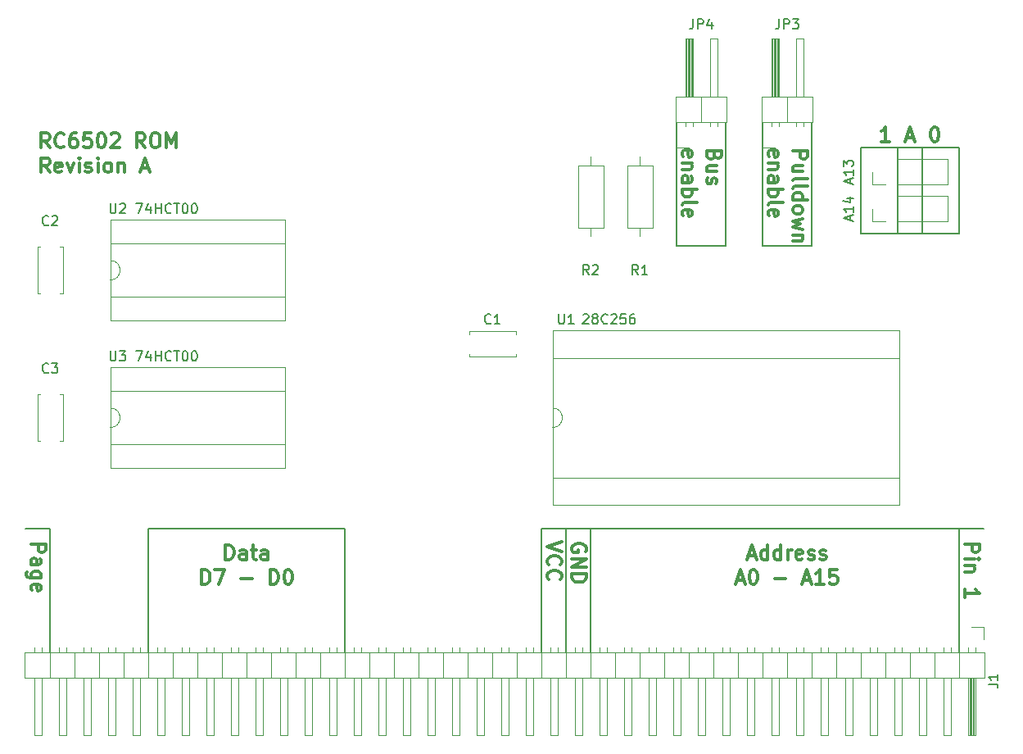
<source format=gto>
G04 #@! TF.FileFunction,Legend,Top*
%FSLAX46Y46*%
G04 Gerber Fmt 4.6, Leading zero omitted, Abs format (unit mm)*
G04 Created by KiCad (PCBNEW 4.0.6) date 05/15/17 22:01:48*
%MOMM*%
%LPD*%
G01*
G04 APERTURE LIST*
%ADD10C,0.100000*%
%ADD11C,0.300000*%
%ADD12C,0.200000*%
%ADD13C,0.120000*%
%ADD14C,0.150000*%
G04 APERTURE END LIST*
D10*
D11*
X109811429Y-133707143D02*
X111311429Y-133707143D01*
X111311429Y-134278571D01*
X111240000Y-134421429D01*
X111168571Y-134492857D01*
X111025714Y-134564286D01*
X110811429Y-134564286D01*
X110668571Y-134492857D01*
X110597143Y-134421429D01*
X110525714Y-134278571D01*
X110525714Y-133707143D01*
X109811429Y-135850000D02*
X110597143Y-135850000D01*
X110740000Y-135778571D01*
X110811429Y-135635714D01*
X110811429Y-135350000D01*
X110740000Y-135207143D01*
X109882857Y-135850000D02*
X109811429Y-135707143D01*
X109811429Y-135350000D01*
X109882857Y-135207143D01*
X110025714Y-135135714D01*
X110168571Y-135135714D01*
X110311429Y-135207143D01*
X110382857Y-135350000D01*
X110382857Y-135707143D01*
X110454286Y-135850000D01*
X110811429Y-137207143D02*
X109597143Y-137207143D01*
X109454286Y-137135714D01*
X109382857Y-137064286D01*
X109311429Y-136921429D01*
X109311429Y-136707143D01*
X109382857Y-136564286D01*
X109882857Y-137207143D02*
X109811429Y-137064286D01*
X109811429Y-136778572D01*
X109882857Y-136635714D01*
X109954286Y-136564286D01*
X110097143Y-136492857D01*
X110525714Y-136492857D01*
X110668571Y-136564286D01*
X110740000Y-136635714D01*
X110811429Y-136778572D01*
X110811429Y-137064286D01*
X110740000Y-137207143D01*
X109882857Y-138492857D02*
X109811429Y-138350000D01*
X109811429Y-138064286D01*
X109882857Y-137921429D01*
X110025714Y-137850000D01*
X110597143Y-137850000D01*
X110740000Y-137921429D01*
X110811429Y-138064286D01*
X110811429Y-138350000D01*
X110740000Y-138492857D01*
X110597143Y-138564286D01*
X110454286Y-138564286D01*
X110311429Y-137850000D01*
X164651429Y-133492857D02*
X163151429Y-133992857D01*
X164651429Y-134492857D01*
X163294286Y-135850000D02*
X163222857Y-135778571D01*
X163151429Y-135564285D01*
X163151429Y-135421428D01*
X163222857Y-135207143D01*
X163365714Y-135064285D01*
X163508571Y-134992857D01*
X163794286Y-134921428D01*
X164008571Y-134921428D01*
X164294286Y-134992857D01*
X164437143Y-135064285D01*
X164580000Y-135207143D01*
X164651429Y-135421428D01*
X164651429Y-135564285D01*
X164580000Y-135778571D01*
X164508571Y-135850000D01*
X163294286Y-137350000D02*
X163222857Y-137278571D01*
X163151429Y-137064285D01*
X163151429Y-136921428D01*
X163222857Y-136707143D01*
X163365714Y-136564285D01*
X163508571Y-136492857D01*
X163794286Y-136421428D01*
X164008571Y-136421428D01*
X164294286Y-136492857D01*
X164437143Y-136564285D01*
X164580000Y-136707143D01*
X164651429Y-136921428D01*
X164651429Y-137064285D01*
X164580000Y-137278571D01*
X164508571Y-137350000D01*
X167120000Y-134492857D02*
X167191429Y-134350000D01*
X167191429Y-134135714D01*
X167120000Y-133921429D01*
X166977143Y-133778571D01*
X166834286Y-133707143D01*
X166548571Y-133635714D01*
X166334286Y-133635714D01*
X166048571Y-133707143D01*
X165905714Y-133778571D01*
X165762857Y-133921429D01*
X165691429Y-134135714D01*
X165691429Y-134278571D01*
X165762857Y-134492857D01*
X165834286Y-134564286D01*
X166334286Y-134564286D01*
X166334286Y-134278571D01*
X165691429Y-135207143D02*
X167191429Y-135207143D01*
X165691429Y-136064286D01*
X167191429Y-136064286D01*
X165691429Y-136778572D02*
X167191429Y-136778572D01*
X167191429Y-137135715D01*
X167120000Y-137350000D01*
X166977143Y-137492858D01*
X166834286Y-137564286D01*
X166548571Y-137635715D01*
X166334286Y-137635715D01*
X166048571Y-137564286D01*
X165905714Y-137492858D01*
X165762857Y-137350000D01*
X165691429Y-137135715D01*
X165691429Y-136778572D01*
X206331429Y-133707143D02*
X207831429Y-133707143D01*
X207831429Y-134278571D01*
X207760000Y-134421429D01*
X207688571Y-134492857D01*
X207545714Y-134564286D01*
X207331429Y-134564286D01*
X207188571Y-134492857D01*
X207117143Y-134421429D01*
X207045714Y-134278571D01*
X207045714Y-133707143D01*
X206331429Y-135207143D02*
X207331429Y-135207143D01*
X207831429Y-135207143D02*
X207760000Y-135135714D01*
X207688571Y-135207143D01*
X207760000Y-135278571D01*
X207831429Y-135207143D01*
X207688571Y-135207143D01*
X207331429Y-135921429D02*
X206331429Y-135921429D01*
X207188571Y-135921429D02*
X207260000Y-135992857D01*
X207331429Y-136135715D01*
X207331429Y-136350000D01*
X207260000Y-136492857D01*
X207117143Y-136564286D01*
X206331429Y-136564286D01*
X206331429Y-139207143D02*
X206331429Y-138350000D01*
X206331429Y-138778572D02*
X207831429Y-138778572D01*
X207617143Y-138635715D01*
X207474286Y-138492857D01*
X207402857Y-138350000D01*
X183924286Y-134865000D02*
X184638572Y-134865000D01*
X183781429Y-135293571D02*
X184281429Y-133793571D01*
X184781429Y-135293571D01*
X185924286Y-135293571D02*
X185924286Y-133793571D01*
X185924286Y-135222143D02*
X185781429Y-135293571D01*
X185495715Y-135293571D01*
X185352857Y-135222143D01*
X185281429Y-135150714D01*
X185210000Y-135007857D01*
X185210000Y-134579286D01*
X185281429Y-134436429D01*
X185352857Y-134365000D01*
X185495715Y-134293571D01*
X185781429Y-134293571D01*
X185924286Y-134365000D01*
X187281429Y-135293571D02*
X187281429Y-133793571D01*
X187281429Y-135222143D02*
X187138572Y-135293571D01*
X186852858Y-135293571D01*
X186710000Y-135222143D01*
X186638572Y-135150714D01*
X186567143Y-135007857D01*
X186567143Y-134579286D01*
X186638572Y-134436429D01*
X186710000Y-134365000D01*
X186852858Y-134293571D01*
X187138572Y-134293571D01*
X187281429Y-134365000D01*
X187995715Y-135293571D02*
X187995715Y-134293571D01*
X187995715Y-134579286D02*
X188067143Y-134436429D01*
X188138572Y-134365000D01*
X188281429Y-134293571D01*
X188424286Y-134293571D01*
X189495714Y-135222143D02*
X189352857Y-135293571D01*
X189067143Y-135293571D01*
X188924286Y-135222143D01*
X188852857Y-135079286D01*
X188852857Y-134507857D01*
X188924286Y-134365000D01*
X189067143Y-134293571D01*
X189352857Y-134293571D01*
X189495714Y-134365000D01*
X189567143Y-134507857D01*
X189567143Y-134650714D01*
X188852857Y-134793571D01*
X190138571Y-135222143D02*
X190281428Y-135293571D01*
X190567143Y-135293571D01*
X190710000Y-135222143D01*
X190781428Y-135079286D01*
X190781428Y-135007857D01*
X190710000Y-134865000D01*
X190567143Y-134793571D01*
X190352857Y-134793571D01*
X190210000Y-134722143D01*
X190138571Y-134579286D01*
X190138571Y-134507857D01*
X190210000Y-134365000D01*
X190352857Y-134293571D01*
X190567143Y-134293571D01*
X190710000Y-134365000D01*
X191352857Y-135222143D02*
X191495714Y-135293571D01*
X191781429Y-135293571D01*
X191924286Y-135222143D01*
X191995714Y-135079286D01*
X191995714Y-135007857D01*
X191924286Y-134865000D01*
X191781429Y-134793571D01*
X191567143Y-134793571D01*
X191424286Y-134722143D01*
X191352857Y-134579286D01*
X191352857Y-134507857D01*
X191424286Y-134365000D01*
X191567143Y-134293571D01*
X191781429Y-134293571D01*
X191924286Y-134365000D01*
X182745715Y-137415000D02*
X183460001Y-137415000D01*
X182602858Y-137843571D02*
X183102858Y-136343571D01*
X183602858Y-137843571D01*
X184388572Y-136343571D02*
X184531429Y-136343571D01*
X184674286Y-136415000D01*
X184745715Y-136486429D01*
X184817144Y-136629286D01*
X184888572Y-136915000D01*
X184888572Y-137272143D01*
X184817144Y-137557857D01*
X184745715Y-137700714D01*
X184674286Y-137772143D01*
X184531429Y-137843571D01*
X184388572Y-137843571D01*
X184245715Y-137772143D01*
X184174286Y-137700714D01*
X184102858Y-137557857D01*
X184031429Y-137272143D01*
X184031429Y-136915000D01*
X184102858Y-136629286D01*
X184174286Y-136486429D01*
X184245715Y-136415000D01*
X184388572Y-136343571D01*
X186674286Y-137272143D02*
X187817143Y-137272143D01*
X189602857Y-137415000D02*
X190317143Y-137415000D01*
X189460000Y-137843571D02*
X189960000Y-136343571D01*
X190460000Y-137843571D01*
X191745714Y-137843571D02*
X190888571Y-137843571D01*
X191317143Y-137843571D02*
X191317143Y-136343571D01*
X191174286Y-136557857D01*
X191031428Y-136700714D01*
X190888571Y-136772143D01*
X193102857Y-136343571D02*
X192388571Y-136343571D01*
X192317142Y-137057857D01*
X192388571Y-136986429D01*
X192531428Y-136915000D01*
X192888571Y-136915000D01*
X193031428Y-136986429D01*
X193102857Y-137057857D01*
X193174285Y-137200714D01*
X193174285Y-137557857D01*
X193102857Y-137700714D01*
X193031428Y-137772143D01*
X192888571Y-137843571D01*
X192531428Y-137843571D01*
X192388571Y-137772143D01*
X192317142Y-137700714D01*
X129901429Y-135293571D02*
X129901429Y-133793571D01*
X130258572Y-133793571D01*
X130472857Y-133865000D01*
X130615715Y-134007857D01*
X130687143Y-134150714D01*
X130758572Y-134436429D01*
X130758572Y-134650714D01*
X130687143Y-134936429D01*
X130615715Y-135079286D01*
X130472857Y-135222143D01*
X130258572Y-135293571D01*
X129901429Y-135293571D01*
X132044286Y-135293571D02*
X132044286Y-134507857D01*
X131972857Y-134365000D01*
X131830000Y-134293571D01*
X131544286Y-134293571D01*
X131401429Y-134365000D01*
X132044286Y-135222143D02*
X131901429Y-135293571D01*
X131544286Y-135293571D01*
X131401429Y-135222143D01*
X131330000Y-135079286D01*
X131330000Y-134936429D01*
X131401429Y-134793571D01*
X131544286Y-134722143D01*
X131901429Y-134722143D01*
X132044286Y-134650714D01*
X132544286Y-134293571D02*
X133115715Y-134293571D01*
X132758572Y-133793571D02*
X132758572Y-135079286D01*
X132830000Y-135222143D01*
X132972858Y-135293571D01*
X133115715Y-135293571D01*
X134258572Y-135293571D02*
X134258572Y-134507857D01*
X134187143Y-134365000D01*
X134044286Y-134293571D01*
X133758572Y-134293571D01*
X133615715Y-134365000D01*
X134258572Y-135222143D02*
X134115715Y-135293571D01*
X133758572Y-135293571D01*
X133615715Y-135222143D01*
X133544286Y-135079286D01*
X133544286Y-134936429D01*
X133615715Y-134793571D01*
X133758572Y-134722143D01*
X134115715Y-134722143D01*
X134258572Y-134650714D01*
X127437144Y-137843571D02*
X127437144Y-136343571D01*
X127794287Y-136343571D01*
X128008572Y-136415000D01*
X128151430Y-136557857D01*
X128222858Y-136700714D01*
X128294287Y-136986429D01*
X128294287Y-137200714D01*
X128222858Y-137486429D01*
X128151430Y-137629286D01*
X128008572Y-137772143D01*
X127794287Y-137843571D01*
X127437144Y-137843571D01*
X128794287Y-136343571D02*
X129794287Y-136343571D01*
X129151430Y-137843571D01*
X131508572Y-137272143D02*
X132651429Y-137272143D01*
X134508572Y-137843571D02*
X134508572Y-136343571D01*
X134865715Y-136343571D01*
X135080000Y-136415000D01*
X135222858Y-136557857D01*
X135294286Y-136700714D01*
X135365715Y-136986429D01*
X135365715Y-137200714D01*
X135294286Y-137486429D01*
X135222858Y-137629286D01*
X135080000Y-137772143D01*
X134865715Y-137843571D01*
X134508572Y-137843571D01*
X136294286Y-136343571D02*
X136437143Y-136343571D01*
X136580000Y-136415000D01*
X136651429Y-136486429D01*
X136722858Y-136629286D01*
X136794286Y-136915000D01*
X136794286Y-137272143D01*
X136722858Y-137557857D01*
X136651429Y-137700714D01*
X136580000Y-137772143D01*
X136437143Y-137843571D01*
X136294286Y-137843571D01*
X136151429Y-137772143D01*
X136080000Y-137700714D01*
X136008572Y-137557857D01*
X135937143Y-137272143D01*
X135937143Y-136915000D01*
X136008572Y-136629286D01*
X136080000Y-136486429D01*
X136151429Y-136415000D01*
X136294286Y-136343571D01*
D12*
X142240000Y-132080000D02*
X142240000Y-144780000D01*
X121920000Y-132080000D02*
X142240000Y-132080000D01*
X121920000Y-144780000D02*
X121920000Y-132080000D01*
X165100000Y-144780000D02*
X165100000Y-132080000D01*
X162560000Y-132080000D02*
X162560000Y-144780000D01*
X167640000Y-132080000D02*
X162560000Y-132080000D01*
X167640000Y-132080000D02*
X205740000Y-132080000D01*
X167640000Y-144780000D02*
X167640000Y-132080000D01*
X205740000Y-132080000D02*
X208280000Y-132080000D01*
X205740000Y-144780000D02*
X205740000Y-132080000D01*
X111760000Y-132080000D02*
X109220000Y-132080000D01*
X111760000Y-144780000D02*
X111760000Y-132080000D01*
D11*
X111704286Y-92748571D02*
X111204286Y-92034286D01*
X110847143Y-92748571D02*
X110847143Y-91248571D01*
X111418571Y-91248571D01*
X111561429Y-91320000D01*
X111632857Y-91391429D01*
X111704286Y-91534286D01*
X111704286Y-91748571D01*
X111632857Y-91891429D01*
X111561429Y-91962857D01*
X111418571Y-92034286D01*
X110847143Y-92034286D01*
X113204286Y-92605714D02*
X113132857Y-92677143D01*
X112918571Y-92748571D01*
X112775714Y-92748571D01*
X112561429Y-92677143D01*
X112418571Y-92534286D01*
X112347143Y-92391429D01*
X112275714Y-92105714D01*
X112275714Y-91891429D01*
X112347143Y-91605714D01*
X112418571Y-91462857D01*
X112561429Y-91320000D01*
X112775714Y-91248571D01*
X112918571Y-91248571D01*
X113132857Y-91320000D01*
X113204286Y-91391429D01*
X114490000Y-91248571D02*
X114204286Y-91248571D01*
X114061429Y-91320000D01*
X113990000Y-91391429D01*
X113847143Y-91605714D01*
X113775714Y-91891429D01*
X113775714Y-92462857D01*
X113847143Y-92605714D01*
X113918571Y-92677143D01*
X114061429Y-92748571D01*
X114347143Y-92748571D01*
X114490000Y-92677143D01*
X114561429Y-92605714D01*
X114632857Y-92462857D01*
X114632857Y-92105714D01*
X114561429Y-91962857D01*
X114490000Y-91891429D01*
X114347143Y-91820000D01*
X114061429Y-91820000D01*
X113918571Y-91891429D01*
X113847143Y-91962857D01*
X113775714Y-92105714D01*
X115990000Y-91248571D02*
X115275714Y-91248571D01*
X115204285Y-91962857D01*
X115275714Y-91891429D01*
X115418571Y-91820000D01*
X115775714Y-91820000D01*
X115918571Y-91891429D01*
X115990000Y-91962857D01*
X116061428Y-92105714D01*
X116061428Y-92462857D01*
X115990000Y-92605714D01*
X115918571Y-92677143D01*
X115775714Y-92748571D01*
X115418571Y-92748571D01*
X115275714Y-92677143D01*
X115204285Y-92605714D01*
X116989999Y-91248571D02*
X117132856Y-91248571D01*
X117275713Y-91320000D01*
X117347142Y-91391429D01*
X117418571Y-91534286D01*
X117489999Y-91820000D01*
X117489999Y-92177143D01*
X117418571Y-92462857D01*
X117347142Y-92605714D01*
X117275713Y-92677143D01*
X117132856Y-92748571D01*
X116989999Y-92748571D01*
X116847142Y-92677143D01*
X116775713Y-92605714D01*
X116704285Y-92462857D01*
X116632856Y-92177143D01*
X116632856Y-91820000D01*
X116704285Y-91534286D01*
X116775713Y-91391429D01*
X116847142Y-91320000D01*
X116989999Y-91248571D01*
X118061427Y-91391429D02*
X118132856Y-91320000D01*
X118275713Y-91248571D01*
X118632856Y-91248571D01*
X118775713Y-91320000D01*
X118847142Y-91391429D01*
X118918570Y-91534286D01*
X118918570Y-91677143D01*
X118847142Y-91891429D01*
X117989999Y-92748571D01*
X118918570Y-92748571D01*
X121561427Y-92748571D02*
X121061427Y-92034286D01*
X120704284Y-92748571D02*
X120704284Y-91248571D01*
X121275712Y-91248571D01*
X121418570Y-91320000D01*
X121489998Y-91391429D01*
X121561427Y-91534286D01*
X121561427Y-91748571D01*
X121489998Y-91891429D01*
X121418570Y-91962857D01*
X121275712Y-92034286D01*
X120704284Y-92034286D01*
X122489998Y-91248571D02*
X122775712Y-91248571D01*
X122918570Y-91320000D01*
X123061427Y-91462857D01*
X123132855Y-91748571D01*
X123132855Y-92248571D01*
X123061427Y-92534286D01*
X122918570Y-92677143D01*
X122775712Y-92748571D01*
X122489998Y-92748571D01*
X122347141Y-92677143D01*
X122204284Y-92534286D01*
X122132855Y-92248571D01*
X122132855Y-91748571D01*
X122204284Y-91462857D01*
X122347141Y-91320000D01*
X122489998Y-91248571D01*
X123775713Y-92748571D02*
X123775713Y-91248571D01*
X124275713Y-92320000D01*
X124775713Y-91248571D01*
X124775713Y-92748571D01*
X111704286Y-95298571D02*
X111204286Y-94584286D01*
X110847143Y-95298571D02*
X110847143Y-93798571D01*
X111418571Y-93798571D01*
X111561429Y-93870000D01*
X111632857Y-93941429D01*
X111704286Y-94084286D01*
X111704286Y-94298571D01*
X111632857Y-94441429D01*
X111561429Y-94512857D01*
X111418571Y-94584286D01*
X110847143Y-94584286D01*
X112918571Y-95227143D02*
X112775714Y-95298571D01*
X112490000Y-95298571D01*
X112347143Y-95227143D01*
X112275714Y-95084286D01*
X112275714Y-94512857D01*
X112347143Y-94370000D01*
X112490000Y-94298571D01*
X112775714Y-94298571D01*
X112918571Y-94370000D01*
X112990000Y-94512857D01*
X112990000Y-94655714D01*
X112275714Y-94798571D01*
X113490000Y-94298571D02*
X113847143Y-95298571D01*
X114204285Y-94298571D01*
X114775714Y-95298571D02*
X114775714Y-94298571D01*
X114775714Y-93798571D02*
X114704285Y-93870000D01*
X114775714Y-93941429D01*
X114847142Y-93870000D01*
X114775714Y-93798571D01*
X114775714Y-93941429D01*
X115418571Y-95227143D02*
X115561428Y-95298571D01*
X115847143Y-95298571D01*
X115990000Y-95227143D01*
X116061428Y-95084286D01*
X116061428Y-95012857D01*
X115990000Y-94870000D01*
X115847143Y-94798571D01*
X115632857Y-94798571D01*
X115490000Y-94727143D01*
X115418571Y-94584286D01*
X115418571Y-94512857D01*
X115490000Y-94370000D01*
X115632857Y-94298571D01*
X115847143Y-94298571D01*
X115990000Y-94370000D01*
X116704286Y-95298571D02*
X116704286Y-94298571D01*
X116704286Y-93798571D02*
X116632857Y-93870000D01*
X116704286Y-93941429D01*
X116775714Y-93870000D01*
X116704286Y-93798571D01*
X116704286Y-93941429D01*
X117632858Y-95298571D02*
X117490000Y-95227143D01*
X117418572Y-95155714D01*
X117347143Y-95012857D01*
X117347143Y-94584286D01*
X117418572Y-94441429D01*
X117490000Y-94370000D01*
X117632858Y-94298571D01*
X117847143Y-94298571D01*
X117990000Y-94370000D01*
X118061429Y-94441429D01*
X118132858Y-94584286D01*
X118132858Y-95012857D01*
X118061429Y-95155714D01*
X117990000Y-95227143D01*
X117847143Y-95298571D01*
X117632858Y-95298571D01*
X118775715Y-94298571D02*
X118775715Y-95298571D01*
X118775715Y-94441429D02*
X118847143Y-94370000D01*
X118990001Y-94298571D01*
X119204286Y-94298571D01*
X119347143Y-94370000D01*
X119418572Y-94512857D01*
X119418572Y-95298571D01*
X121204286Y-94870000D02*
X121918572Y-94870000D01*
X121061429Y-95298571D02*
X121561429Y-93798571D01*
X122061429Y-95298571D01*
X180452143Y-93567143D02*
X180380714Y-93781429D01*
X180309286Y-93852857D01*
X180166429Y-93924286D01*
X179952143Y-93924286D01*
X179809286Y-93852857D01*
X179737857Y-93781429D01*
X179666429Y-93638571D01*
X179666429Y-93067143D01*
X181166429Y-93067143D01*
X181166429Y-93567143D01*
X181095000Y-93710000D01*
X181023571Y-93781429D01*
X180880714Y-93852857D01*
X180737857Y-93852857D01*
X180595000Y-93781429D01*
X180523571Y-93710000D01*
X180452143Y-93567143D01*
X180452143Y-93067143D01*
X180666429Y-95210000D02*
X179666429Y-95210000D01*
X180666429Y-94567143D02*
X179880714Y-94567143D01*
X179737857Y-94638571D01*
X179666429Y-94781429D01*
X179666429Y-94995714D01*
X179737857Y-95138571D01*
X179809286Y-95210000D01*
X179737857Y-95852857D02*
X179666429Y-95995714D01*
X179666429Y-96281429D01*
X179737857Y-96424286D01*
X179880714Y-96495714D01*
X179952143Y-96495714D01*
X180095000Y-96424286D01*
X180166429Y-96281429D01*
X180166429Y-96067143D01*
X180237857Y-95924286D01*
X180380714Y-95852857D01*
X180452143Y-95852857D01*
X180595000Y-95924286D01*
X180666429Y-96067143D01*
X180666429Y-96281429D01*
X180595000Y-96424286D01*
X177187857Y-93638571D02*
X177116429Y-93495714D01*
X177116429Y-93210000D01*
X177187857Y-93067143D01*
X177330714Y-92995714D01*
X177902143Y-92995714D01*
X178045000Y-93067143D01*
X178116429Y-93210000D01*
X178116429Y-93495714D01*
X178045000Y-93638571D01*
X177902143Y-93710000D01*
X177759286Y-93710000D01*
X177616429Y-92995714D01*
X178116429Y-94352857D02*
X177116429Y-94352857D01*
X177973571Y-94352857D02*
X178045000Y-94424285D01*
X178116429Y-94567143D01*
X178116429Y-94781428D01*
X178045000Y-94924285D01*
X177902143Y-94995714D01*
X177116429Y-94995714D01*
X177116429Y-96352857D02*
X177902143Y-96352857D01*
X178045000Y-96281428D01*
X178116429Y-96138571D01*
X178116429Y-95852857D01*
X178045000Y-95710000D01*
X177187857Y-96352857D02*
X177116429Y-96210000D01*
X177116429Y-95852857D01*
X177187857Y-95710000D01*
X177330714Y-95638571D01*
X177473571Y-95638571D01*
X177616429Y-95710000D01*
X177687857Y-95852857D01*
X177687857Y-96210000D01*
X177759286Y-96352857D01*
X177116429Y-97067143D02*
X178616429Y-97067143D01*
X178045000Y-97067143D02*
X178116429Y-97210000D01*
X178116429Y-97495714D01*
X178045000Y-97638571D01*
X177973571Y-97710000D01*
X177830714Y-97781429D01*
X177402143Y-97781429D01*
X177259286Y-97710000D01*
X177187857Y-97638571D01*
X177116429Y-97495714D01*
X177116429Y-97210000D01*
X177187857Y-97067143D01*
X177116429Y-98638572D02*
X177187857Y-98495714D01*
X177330714Y-98424286D01*
X178616429Y-98424286D01*
X177187857Y-99781428D02*
X177116429Y-99638571D01*
X177116429Y-99352857D01*
X177187857Y-99210000D01*
X177330714Y-99138571D01*
X177902143Y-99138571D01*
X178045000Y-99210000D01*
X178116429Y-99352857D01*
X178116429Y-99638571D01*
X178045000Y-99781428D01*
X177902143Y-99852857D01*
X177759286Y-99852857D01*
X177616429Y-99138571D01*
X188556429Y-93067143D02*
X190056429Y-93067143D01*
X190056429Y-93638571D01*
X189985000Y-93781429D01*
X189913571Y-93852857D01*
X189770714Y-93924286D01*
X189556429Y-93924286D01*
X189413571Y-93852857D01*
X189342143Y-93781429D01*
X189270714Y-93638571D01*
X189270714Y-93067143D01*
X189556429Y-95210000D02*
X188556429Y-95210000D01*
X189556429Y-94567143D02*
X188770714Y-94567143D01*
X188627857Y-94638571D01*
X188556429Y-94781429D01*
X188556429Y-94995714D01*
X188627857Y-95138571D01*
X188699286Y-95210000D01*
X188556429Y-96138572D02*
X188627857Y-95995714D01*
X188770714Y-95924286D01*
X190056429Y-95924286D01*
X188556429Y-96924286D02*
X188627857Y-96781428D01*
X188770714Y-96710000D01*
X190056429Y-96710000D01*
X188556429Y-98138571D02*
X190056429Y-98138571D01*
X188627857Y-98138571D02*
X188556429Y-97995714D01*
X188556429Y-97710000D01*
X188627857Y-97567142D01*
X188699286Y-97495714D01*
X188842143Y-97424285D01*
X189270714Y-97424285D01*
X189413571Y-97495714D01*
X189485000Y-97567142D01*
X189556429Y-97710000D01*
X189556429Y-97995714D01*
X189485000Y-98138571D01*
X188556429Y-99067143D02*
X188627857Y-98924285D01*
X188699286Y-98852857D01*
X188842143Y-98781428D01*
X189270714Y-98781428D01*
X189413571Y-98852857D01*
X189485000Y-98924285D01*
X189556429Y-99067143D01*
X189556429Y-99281428D01*
X189485000Y-99424285D01*
X189413571Y-99495714D01*
X189270714Y-99567143D01*
X188842143Y-99567143D01*
X188699286Y-99495714D01*
X188627857Y-99424285D01*
X188556429Y-99281428D01*
X188556429Y-99067143D01*
X189556429Y-100067143D02*
X188556429Y-100352857D01*
X189270714Y-100638571D01*
X188556429Y-100924286D01*
X189556429Y-101210000D01*
X189556429Y-101781429D02*
X188556429Y-101781429D01*
X189413571Y-101781429D02*
X189485000Y-101852857D01*
X189556429Y-101995715D01*
X189556429Y-102210000D01*
X189485000Y-102352857D01*
X189342143Y-102424286D01*
X188556429Y-102424286D01*
X186077857Y-93638571D02*
X186006429Y-93495714D01*
X186006429Y-93210000D01*
X186077857Y-93067143D01*
X186220714Y-92995714D01*
X186792143Y-92995714D01*
X186935000Y-93067143D01*
X187006429Y-93210000D01*
X187006429Y-93495714D01*
X186935000Y-93638571D01*
X186792143Y-93710000D01*
X186649286Y-93710000D01*
X186506429Y-92995714D01*
X187006429Y-94352857D02*
X186006429Y-94352857D01*
X186863571Y-94352857D02*
X186935000Y-94424285D01*
X187006429Y-94567143D01*
X187006429Y-94781428D01*
X186935000Y-94924285D01*
X186792143Y-94995714D01*
X186006429Y-94995714D01*
X186006429Y-96352857D02*
X186792143Y-96352857D01*
X186935000Y-96281428D01*
X187006429Y-96138571D01*
X187006429Y-95852857D01*
X186935000Y-95710000D01*
X186077857Y-96352857D02*
X186006429Y-96210000D01*
X186006429Y-95852857D01*
X186077857Y-95710000D01*
X186220714Y-95638571D01*
X186363571Y-95638571D01*
X186506429Y-95710000D01*
X186577857Y-95852857D01*
X186577857Y-96210000D01*
X186649286Y-96352857D01*
X186006429Y-97067143D02*
X187506429Y-97067143D01*
X186935000Y-97067143D02*
X187006429Y-97210000D01*
X187006429Y-97495714D01*
X186935000Y-97638571D01*
X186863571Y-97710000D01*
X186720714Y-97781429D01*
X186292143Y-97781429D01*
X186149286Y-97710000D01*
X186077857Y-97638571D01*
X186006429Y-97495714D01*
X186006429Y-97210000D01*
X186077857Y-97067143D01*
X186006429Y-98638572D02*
X186077857Y-98495714D01*
X186220714Y-98424286D01*
X187506429Y-98424286D01*
X186077857Y-99781428D02*
X186006429Y-99638571D01*
X186006429Y-99352857D01*
X186077857Y-99210000D01*
X186220714Y-99138571D01*
X186792143Y-99138571D01*
X186935000Y-99210000D01*
X187006429Y-99352857D01*
X187006429Y-99638571D01*
X186935000Y-99781428D01*
X186792143Y-99852857D01*
X186649286Y-99852857D01*
X186506429Y-99138571D01*
D12*
X190500000Y-102870000D02*
X190500000Y-90170000D01*
X185420000Y-102870000D02*
X190500000Y-102870000D01*
X185420000Y-90170000D02*
X185420000Y-102870000D01*
X181610000Y-102870000D02*
X181610000Y-90170000D01*
X176530000Y-102870000D02*
X181610000Y-102870000D01*
X176530000Y-90170000D02*
X176530000Y-102870000D01*
D11*
X203128572Y-90618571D02*
X203271429Y-90618571D01*
X203414286Y-90690000D01*
X203485715Y-90761429D01*
X203557144Y-90904286D01*
X203628572Y-91190000D01*
X203628572Y-91547143D01*
X203557144Y-91832857D01*
X203485715Y-91975714D01*
X203414286Y-92047143D01*
X203271429Y-92118571D01*
X203128572Y-92118571D01*
X202985715Y-92047143D01*
X202914286Y-91975714D01*
X202842858Y-91832857D01*
X202771429Y-91547143D01*
X202771429Y-91190000D01*
X202842858Y-90904286D01*
X202914286Y-90761429D01*
X202985715Y-90690000D01*
X203128572Y-90618571D01*
X200302857Y-91690000D02*
X201017143Y-91690000D01*
X200160000Y-92118571D02*
X200660000Y-90618571D01*
X201160000Y-92118571D01*
X198548572Y-92118571D02*
X197691429Y-92118571D01*
X198120001Y-92118571D02*
X198120001Y-90618571D01*
X197977144Y-90832857D01*
X197834286Y-90975714D01*
X197691429Y-91047143D01*
D12*
X201930000Y-101600000D02*
X201930000Y-92710000D01*
X199390000Y-101600000D02*
X199390000Y-92710000D01*
X195580000Y-101600000D02*
X205740000Y-101600000D01*
X195580000Y-92710000D02*
X195580000Y-101600000D01*
X205740000Y-92710000D02*
X195580000Y-92710000D01*
X205740000Y-101600000D02*
X205740000Y-92710000D01*
D13*
X159930000Y-114340000D02*
X155110000Y-114340000D01*
X159930000Y-111720000D02*
X155110000Y-111720000D01*
X159930000Y-114340000D02*
X159930000Y-114026000D01*
X159930000Y-112034000D02*
X159930000Y-111720000D01*
X155110000Y-114340000D02*
X155110000Y-114026000D01*
X155110000Y-112034000D02*
X155110000Y-111720000D01*
X113070000Y-102960000D02*
X113070000Y-107780000D01*
X110450000Y-102960000D02*
X110450000Y-107780000D01*
X113070000Y-102960000D02*
X112756000Y-102960000D01*
X110764000Y-102960000D02*
X110450000Y-102960000D01*
X113070000Y-107780000D02*
X112756000Y-107780000D01*
X110764000Y-107780000D02*
X110450000Y-107780000D01*
X113070000Y-118200000D02*
X113070000Y-123020000D01*
X110450000Y-118200000D02*
X110450000Y-123020000D01*
X113070000Y-118200000D02*
X112756000Y-118200000D01*
X110764000Y-118200000D02*
X110450000Y-118200000D01*
X113070000Y-123020000D02*
X112756000Y-123020000D01*
X110764000Y-123020000D02*
X110450000Y-123020000D01*
X208340000Y-144850000D02*
X205740000Y-144850000D01*
X205740000Y-144850000D02*
X205740000Y-147470000D01*
X205740000Y-147470000D02*
X208340000Y-147470000D01*
X208340000Y-147470000D02*
X208340000Y-144850000D01*
X207390000Y-147470000D02*
X206630000Y-147470000D01*
X206630000Y-147470000D02*
X206630000Y-153470000D01*
X206630000Y-153470000D02*
X207390000Y-153470000D01*
X207390000Y-153470000D02*
X207390000Y-147470000D01*
X207390000Y-144420000D02*
X207390000Y-144850000D01*
X206630000Y-144420000D02*
X206630000Y-144850000D01*
X207270000Y-147470000D02*
X207270000Y-153470000D01*
X207150000Y-147470000D02*
X207150000Y-153470000D01*
X207030000Y-147470000D02*
X207030000Y-153470000D01*
X206910000Y-147470000D02*
X206910000Y-153470000D01*
X206790000Y-147470000D02*
X206790000Y-153470000D01*
X206670000Y-147470000D02*
X206670000Y-153470000D01*
X205740000Y-144850000D02*
X203200000Y-144850000D01*
X203200000Y-144850000D02*
X203200000Y-147470000D01*
X203200000Y-147470000D02*
X205740000Y-147470000D01*
X205740000Y-147470000D02*
X205740000Y-144850000D01*
X204850000Y-147470000D02*
X204090000Y-147470000D01*
X204090000Y-147470000D02*
X204090000Y-153470000D01*
X204090000Y-153470000D02*
X204850000Y-153470000D01*
X204850000Y-153470000D02*
X204850000Y-147470000D01*
X204850000Y-144420000D02*
X204850000Y-144850000D01*
X204090000Y-144420000D02*
X204090000Y-144850000D01*
X203200000Y-144850000D02*
X200660000Y-144850000D01*
X200660000Y-144850000D02*
X200660000Y-147470000D01*
X200660000Y-147470000D02*
X203200000Y-147470000D01*
X203200000Y-147470000D02*
X203200000Y-144850000D01*
X202310000Y-147470000D02*
X201550000Y-147470000D01*
X201550000Y-147470000D02*
X201550000Y-153470000D01*
X201550000Y-153470000D02*
X202310000Y-153470000D01*
X202310000Y-153470000D02*
X202310000Y-147470000D01*
X202310000Y-144420000D02*
X202310000Y-144850000D01*
X201550000Y-144420000D02*
X201550000Y-144850000D01*
X200660000Y-144850000D02*
X198120000Y-144850000D01*
X198120000Y-144850000D02*
X198120000Y-147470000D01*
X198120000Y-147470000D02*
X200660000Y-147470000D01*
X200660000Y-147470000D02*
X200660000Y-144850000D01*
X199770000Y-147470000D02*
X199010000Y-147470000D01*
X199010000Y-147470000D02*
X199010000Y-153470000D01*
X199010000Y-153470000D02*
X199770000Y-153470000D01*
X199770000Y-153470000D02*
X199770000Y-147470000D01*
X199770000Y-144420000D02*
X199770000Y-144850000D01*
X199010000Y-144420000D02*
X199010000Y-144850000D01*
X198120000Y-144850000D02*
X195580000Y-144850000D01*
X195580000Y-144850000D02*
X195580000Y-147470000D01*
X195580000Y-147470000D02*
X198120000Y-147470000D01*
X198120000Y-147470000D02*
X198120000Y-144850000D01*
X197230000Y-147470000D02*
X196470000Y-147470000D01*
X196470000Y-147470000D02*
X196470000Y-153470000D01*
X196470000Y-153470000D02*
X197230000Y-153470000D01*
X197230000Y-153470000D02*
X197230000Y-147470000D01*
X197230000Y-144420000D02*
X197230000Y-144850000D01*
X196470000Y-144420000D02*
X196470000Y-144850000D01*
X195580000Y-144850000D02*
X193040000Y-144850000D01*
X193040000Y-144850000D02*
X193040000Y-147470000D01*
X193040000Y-147470000D02*
X195580000Y-147470000D01*
X195580000Y-147470000D02*
X195580000Y-144850000D01*
X194690000Y-147470000D02*
X193930000Y-147470000D01*
X193930000Y-147470000D02*
X193930000Y-153470000D01*
X193930000Y-153470000D02*
X194690000Y-153470000D01*
X194690000Y-153470000D02*
X194690000Y-147470000D01*
X194690000Y-144420000D02*
X194690000Y-144850000D01*
X193930000Y-144420000D02*
X193930000Y-144850000D01*
X193040000Y-144850000D02*
X190500000Y-144850000D01*
X190500000Y-144850000D02*
X190500000Y-147470000D01*
X190500000Y-147470000D02*
X193040000Y-147470000D01*
X193040000Y-147470000D02*
X193040000Y-144850000D01*
X192150000Y-147470000D02*
X191390000Y-147470000D01*
X191390000Y-147470000D02*
X191390000Y-153470000D01*
X191390000Y-153470000D02*
X192150000Y-153470000D01*
X192150000Y-153470000D02*
X192150000Y-147470000D01*
X192150000Y-144420000D02*
X192150000Y-144850000D01*
X191390000Y-144420000D02*
X191390000Y-144850000D01*
X190500000Y-144850000D02*
X187960000Y-144850000D01*
X187960000Y-144850000D02*
X187960000Y-147470000D01*
X187960000Y-147470000D02*
X190500000Y-147470000D01*
X190500000Y-147470000D02*
X190500000Y-144850000D01*
X189610000Y-147470000D02*
X188850000Y-147470000D01*
X188850000Y-147470000D02*
X188850000Y-153470000D01*
X188850000Y-153470000D02*
X189610000Y-153470000D01*
X189610000Y-153470000D02*
X189610000Y-147470000D01*
X189610000Y-144420000D02*
X189610000Y-144850000D01*
X188850000Y-144420000D02*
X188850000Y-144850000D01*
X187960000Y-144850000D02*
X185420000Y-144850000D01*
X185420000Y-144850000D02*
X185420000Y-147470000D01*
X185420000Y-147470000D02*
X187960000Y-147470000D01*
X187960000Y-147470000D02*
X187960000Y-144850000D01*
X187070000Y-147470000D02*
X186310000Y-147470000D01*
X186310000Y-147470000D02*
X186310000Y-153470000D01*
X186310000Y-153470000D02*
X187070000Y-153470000D01*
X187070000Y-153470000D02*
X187070000Y-147470000D01*
X187070000Y-144420000D02*
X187070000Y-144850000D01*
X186310000Y-144420000D02*
X186310000Y-144850000D01*
X185420000Y-144850000D02*
X182880000Y-144850000D01*
X182880000Y-144850000D02*
X182880000Y-147470000D01*
X182880000Y-147470000D02*
X185420000Y-147470000D01*
X185420000Y-147470000D02*
X185420000Y-144850000D01*
X184530000Y-147470000D02*
X183770000Y-147470000D01*
X183770000Y-147470000D02*
X183770000Y-153470000D01*
X183770000Y-153470000D02*
X184530000Y-153470000D01*
X184530000Y-153470000D02*
X184530000Y-147470000D01*
X184530000Y-144420000D02*
X184530000Y-144850000D01*
X183770000Y-144420000D02*
X183770000Y-144850000D01*
X182880000Y-144850000D02*
X180340000Y-144850000D01*
X180340000Y-144850000D02*
X180340000Y-147470000D01*
X180340000Y-147470000D02*
X182880000Y-147470000D01*
X182880000Y-147470000D02*
X182880000Y-144850000D01*
X181990000Y-147470000D02*
X181230000Y-147470000D01*
X181230000Y-147470000D02*
X181230000Y-153470000D01*
X181230000Y-153470000D02*
X181990000Y-153470000D01*
X181990000Y-153470000D02*
X181990000Y-147470000D01*
X181990000Y-144420000D02*
X181990000Y-144850000D01*
X181230000Y-144420000D02*
X181230000Y-144850000D01*
X180340000Y-144850000D02*
X177800000Y-144850000D01*
X177800000Y-144850000D02*
X177800000Y-147470000D01*
X177800000Y-147470000D02*
X180340000Y-147470000D01*
X180340000Y-147470000D02*
X180340000Y-144850000D01*
X179450000Y-147470000D02*
X178690000Y-147470000D01*
X178690000Y-147470000D02*
X178690000Y-153470000D01*
X178690000Y-153470000D02*
X179450000Y-153470000D01*
X179450000Y-153470000D02*
X179450000Y-147470000D01*
X179450000Y-144420000D02*
X179450000Y-144850000D01*
X178690000Y-144420000D02*
X178690000Y-144850000D01*
X177800000Y-144850000D02*
X175260000Y-144850000D01*
X175260000Y-144850000D02*
X175260000Y-147470000D01*
X175260000Y-147470000D02*
X177800000Y-147470000D01*
X177800000Y-147470000D02*
X177800000Y-144850000D01*
X176910000Y-147470000D02*
X176150000Y-147470000D01*
X176150000Y-147470000D02*
X176150000Y-153470000D01*
X176150000Y-153470000D02*
X176910000Y-153470000D01*
X176910000Y-153470000D02*
X176910000Y-147470000D01*
X176910000Y-144420000D02*
X176910000Y-144850000D01*
X176150000Y-144420000D02*
X176150000Y-144850000D01*
X175260000Y-144850000D02*
X172720000Y-144850000D01*
X172720000Y-144850000D02*
X172720000Y-147470000D01*
X172720000Y-147470000D02*
X175260000Y-147470000D01*
X175260000Y-147470000D02*
X175260000Y-144850000D01*
X174370000Y-147470000D02*
X173610000Y-147470000D01*
X173610000Y-147470000D02*
X173610000Y-153470000D01*
X173610000Y-153470000D02*
X174370000Y-153470000D01*
X174370000Y-153470000D02*
X174370000Y-147470000D01*
X174370000Y-144420000D02*
X174370000Y-144850000D01*
X173610000Y-144420000D02*
X173610000Y-144850000D01*
X172720000Y-144850000D02*
X170180000Y-144850000D01*
X170180000Y-144850000D02*
X170180000Y-147470000D01*
X170180000Y-147470000D02*
X172720000Y-147470000D01*
X172720000Y-147470000D02*
X172720000Y-144850000D01*
X171830000Y-147470000D02*
X171070000Y-147470000D01*
X171070000Y-147470000D02*
X171070000Y-153470000D01*
X171070000Y-153470000D02*
X171830000Y-153470000D01*
X171830000Y-153470000D02*
X171830000Y-147470000D01*
X171830000Y-144420000D02*
X171830000Y-144850000D01*
X171070000Y-144420000D02*
X171070000Y-144850000D01*
X170180000Y-144850000D02*
X167640000Y-144850000D01*
X167640000Y-144850000D02*
X167640000Y-147470000D01*
X167640000Y-147470000D02*
X170180000Y-147470000D01*
X170180000Y-147470000D02*
X170180000Y-144850000D01*
X169290000Y-147470000D02*
X168530000Y-147470000D01*
X168530000Y-147470000D02*
X168530000Y-153470000D01*
X168530000Y-153470000D02*
X169290000Y-153470000D01*
X169290000Y-153470000D02*
X169290000Y-147470000D01*
X169290000Y-144420000D02*
X169290000Y-144850000D01*
X168530000Y-144420000D02*
X168530000Y-144850000D01*
X167640000Y-144850000D02*
X165100000Y-144850000D01*
X165100000Y-144850000D02*
X165100000Y-147470000D01*
X165100000Y-147470000D02*
X167640000Y-147470000D01*
X167640000Y-147470000D02*
X167640000Y-144850000D01*
X166750000Y-147470000D02*
X165990000Y-147470000D01*
X165990000Y-147470000D02*
X165990000Y-153470000D01*
X165990000Y-153470000D02*
X166750000Y-153470000D01*
X166750000Y-153470000D02*
X166750000Y-147470000D01*
X166750000Y-144420000D02*
X166750000Y-144850000D01*
X165990000Y-144420000D02*
X165990000Y-144850000D01*
X165100000Y-144850000D02*
X162560000Y-144850000D01*
X162560000Y-144850000D02*
X162560000Y-147470000D01*
X162560000Y-147470000D02*
X165100000Y-147470000D01*
X165100000Y-147470000D02*
X165100000Y-144850000D01*
X164210000Y-147470000D02*
X163450000Y-147470000D01*
X163450000Y-147470000D02*
X163450000Y-153470000D01*
X163450000Y-153470000D02*
X164210000Y-153470000D01*
X164210000Y-153470000D02*
X164210000Y-147470000D01*
X164210000Y-144420000D02*
X164210000Y-144850000D01*
X163450000Y-144420000D02*
X163450000Y-144850000D01*
X162560000Y-144850000D02*
X160020000Y-144850000D01*
X160020000Y-144850000D02*
X160020000Y-147470000D01*
X160020000Y-147470000D02*
X162560000Y-147470000D01*
X162560000Y-147470000D02*
X162560000Y-144850000D01*
X161670000Y-147470000D02*
X160910000Y-147470000D01*
X160910000Y-147470000D02*
X160910000Y-153470000D01*
X160910000Y-153470000D02*
X161670000Y-153470000D01*
X161670000Y-153470000D02*
X161670000Y-147470000D01*
X161670000Y-144420000D02*
X161670000Y-144850000D01*
X160910000Y-144420000D02*
X160910000Y-144850000D01*
X160020000Y-144850000D02*
X157480000Y-144850000D01*
X157480000Y-144850000D02*
X157480000Y-147470000D01*
X157480000Y-147470000D02*
X160020000Y-147470000D01*
X160020000Y-147470000D02*
X160020000Y-144850000D01*
X159130000Y-147470000D02*
X158370000Y-147470000D01*
X158370000Y-147470000D02*
X158370000Y-153470000D01*
X158370000Y-153470000D02*
X159130000Y-153470000D01*
X159130000Y-153470000D02*
X159130000Y-147470000D01*
X159130000Y-144420000D02*
X159130000Y-144850000D01*
X158370000Y-144420000D02*
X158370000Y-144850000D01*
X157480000Y-144850000D02*
X154940000Y-144850000D01*
X154940000Y-144850000D02*
X154940000Y-147470000D01*
X154940000Y-147470000D02*
X157480000Y-147470000D01*
X157480000Y-147470000D02*
X157480000Y-144850000D01*
X156590000Y-147470000D02*
X155830000Y-147470000D01*
X155830000Y-147470000D02*
X155830000Y-153470000D01*
X155830000Y-153470000D02*
X156590000Y-153470000D01*
X156590000Y-153470000D02*
X156590000Y-147470000D01*
X156590000Y-144420000D02*
X156590000Y-144850000D01*
X155830000Y-144420000D02*
X155830000Y-144850000D01*
X154940000Y-144850000D02*
X152400000Y-144850000D01*
X152400000Y-144850000D02*
X152400000Y-147470000D01*
X152400000Y-147470000D02*
X154940000Y-147470000D01*
X154940000Y-147470000D02*
X154940000Y-144850000D01*
X154050000Y-147470000D02*
X153290000Y-147470000D01*
X153290000Y-147470000D02*
X153290000Y-153470000D01*
X153290000Y-153470000D02*
X154050000Y-153470000D01*
X154050000Y-153470000D02*
X154050000Y-147470000D01*
X154050000Y-144420000D02*
X154050000Y-144850000D01*
X153290000Y-144420000D02*
X153290000Y-144850000D01*
X152400000Y-144850000D02*
X149860000Y-144850000D01*
X149860000Y-144850000D02*
X149860000Y-147470000D01*
X149860000Y-147470000D02*
X152400000Y-147470000D01*
X152400000Y-147470000D02*
X152400000Y-144850000D01*
X151510000Y-147470000D02*
X150750000Y-147470000D01*
X150750000Y-147470000D02*
X150750000Y-153470000D01*
X150750000Y-153470000D02*
X151510000Y-153470000D01*
X151510000Y-153470000D02*
X151510000Y-147470000D01*
X151510000Y-144420000D02*
X151510000Y-144850000D01*
X150750000Y-144420000D02*
X150750000Y-144850000D01*
X149860000Y-144850000D02*
X147320000Y-144850000D01*
X147320000Y-144850000D02*
X147320000Y-147470000D01*
X147320000Y-147470000D02*
X149860000Y-147470000D01*
X149860000Y-147470000D02*
X149860000Y-144850000D01*
X148970000Y-147470000D02*
X148210000Y-147470000D01*
X148210000Y-147470000D02*
X148210000Y-153470000D01*
X148210000Y-153470000D02*
X148970000Y-153470000D01*
X148970000Y-153470000D02*
X148970000Y-147470000D01*
X148970000Y-144420000D02*
X148970000Y-144850000D01*
X148210000Y-144420000D02*
X148210000Y-144850000D01*
X147320000Y-144850000D02*
X144780000Y-144850000D01*
X144780000Y-144850000D02*
X144780000Y-147470000D01*
X144780000Y-147470000D02*
X147320000Y-147470000D01*
X147320000Y-147470000D02*
X147320000Y-144850000D01*
X146430000Y-147470000D02*
X145670000Y-147470000D01*
X145670000Y-147470000D02*
X145670000Y-153470000D01*
X145670000Y-153470000D02*
X146430000Y-153470000D01*
X146430000Y-153470000D02*
X146430000Y-147470000D01*
X146430000Y-144420000D02*
X146430000Y-144850000D01*
X145670000Y-144420000D02*
X145670000Y-144850000D01*
X144780000Y-144850000D02*
X142240000Y-144850000D01*
X142240000Y-144850000D02*
X142240000Y-147470000D01*
X142240000Y-147470000D02*
X144780000Y-147470000D01*
X144780000Y-147470000D02*
X144780000Y-144850000D01*
X143890000Y-147470000D02*
X143130000Y-147470000D01*
X143130000Y-147470000D02*
X143130000Y-153470000D01*
X143130000Y-153470000D02*
X143890000Y-153470000D01*
X143890000Y-153470000D02*
X143890000Y-147470000D01*
X143890000Y-144420000D02*
X143890000Y-144850000D01*
X143130000Y-144420000D02*
X143130000Y-144850000D01*
X142240000Y-144850000D02*
X139700000Y-144850000D01*
X139700000Y-144850000D02*
X139700000Y-147470000D01*
X139700000Y-147470000D02*
X142240000Y-147470000D01*
X142240000Y-147470000D02*
X142240000Y-144850000D01*
X141350000Y-147470000D02*
X140590000Y-147470000D01*
X140590000Y-147470000D02*
X140590000Y-153470000D01*
X140590000Y-153470000D02*
X141350000Y-153470000D01*
X141350000Y-153470000D02*
X141350000Y-147470000D01*
X141350000Y-144420000D02*
X141350000Y-144850000D01*
X140590000Y-144420000D02*
X140590000Y-144850000D01*
X139700000Y-144850000D02*
X137160000Y-144850000D01*
X137160000Y-144850000D02*
X137160000Y-147470000D01*
X137160000Y-147470000D02*
X139700000Y-147470000D01*
X139700000Y-147470000D02*
X139700000Y-144850000D01*
X138810000Y-147470000D02*
X138050000Y-147470000D01*
X138050000Y-147470000D02*
X138050000Y-153470000D01*
X138050000Y-153470000D02*
X138810000Y-153470000D01*
X138810000Y-153470000D02*
X138810000Y-147470000D01*
X138810000Y-144420000D02*
X138810000Y-144850000D01*
X138050000Y-144420000D02*
X138050000Y-144850000D01*
X137160000Y-144850000D02*
X134620000Y-144850000D01*
X134620000Y-144850000D02*
X134620000Y-147470000D01*
X134620000Y-147470000D02*
X137160000Y-147470000D01*
X137160000Y-147470000D02*
X137160000Y-144850000D01*
X136270000Y-147470000D02*
X135510000Y-147470000D01*
X135510000Y-147470000D02*
X135510000Y-153470000D01*
X135510000Y-153470000D02*
X136270000Y-153470000D01*
X136270000Y-153470000D02*
X136270000Y-147470000D01*
X136270000Y-144420000D02*
X136270000Y-144850000D01*
X135510000Y-144420000D02*
X135510000Y-144850000D01*
X134620000Y-144850000D02*
X132080000Y-144850000D01*
X132080000Y-144850000D02*
X132080000Y-147470000D01*
X132080000Y-147470000D02*
X134620000Y-147470000D01*
X134620000Y-147470000D02*
X134620000Y-144850000D01*
X133730000Y-147470000D02*
X132970000Y-147470000D01*
X132970000Y-147470000D02*
X132970000Y-153470000D01*
X132970000Y-153470000D02*
X133730000Y-153470000D01*
X133730000Y-153470000D02*
X133730000Y-147470000D01*
X133730000Y-144420000D02*
X133730000Y-144850000D01*
X132970000Y-144420000D02*
X132970000Y-144850000D01*
X132080000Y-144850000D02*
X129540000Y-144850000D01*
X129540000Y-144850000D02*
X129540000Y-147470000D01*
X129540000Y-147470000D02*
X132080000Y-147470000D01*
X132080000Y-147470000D02*
X132080000Y-144850000D01*
X131190000Y-147470000D02*
X130430000Y-147470000D01*
X130430000Y-147470000D02*
X130430000Y-153470000D01*
X130430000Y-153470000D02*
X131190000Y-153470000D01*
X131190000Y-153470000D02*
X131190000Y-147470000D01*
X131190000Y-144420000D02*
X131190000Y-144850000D01*
X130430000Y-144420000D02*
X130430000Y-144850000D01*
X129540000Y-144850000D02*
X127000000Y-144850000D01*
X127000000Y-144850000D02*
X127000000Y-147470000D01*
X127000000Y-147470000D02*
X129540000Y-147470000D01*
X129540000Y-147470000D02*
X129540000Y-144850000D01*
X128650000Y-147470000D02*
X127890000Y-147470000D01*
X127890000Y-147470000D02*
X127890000Y-153470000D01*
X127890000Y-153470000D02*
X128650000Y-153470000D01*
X128650000Y-153470000D02*
X128650000Y-147470000D01*
X128650000Y-144420000D02*
X128650000Y-144850000D01*
X127890000Y-144420000D02*
X127890000Y-144850000D01*
X127000000Y-144850000D02*
X124460000Y-144850000D01*
X124460000Y-144850000D02*
X124460000Y-147470000D01*
X124460000Y-147470000D02*
X127000000Y-147470000D01*
X127000000Y-147470000D02*
X127000000Y-144850000D01*
X126110000Y-147470000D02*
X125350000Y-147470000D01*
X125350000Y-147470000D02*
X125350000Y-153470000D01*
X125350000Y-153470000D02*
X126110000Y-153470000D01*
X126110000Y-153470000D02*
X126110000Y-147470000D01*
X126110000Y-144420000D02*
X126110000Y-144850000D01*
X125350000Y-144420000D02*
X125350000Y-144850000D01*
X124460000Y-144850000D02*
X121920000Y-144850000D01*
X121920000Y-144850000D02*
X121920000Y-147470000D01*
X121920000Y-147470000D02*
X124460000Y-147470000D01*
X124460000Y-147470000D02*
X124460000Y-144850000D01*
X123570000Y-147470000D02*
X122810000Y-147470000D01*
X122810000Y-147470000D02*
X122810000Y-153470000D01*
X122810000Y-153470000D02*
X123570000Y-153470000D01*
X123570000Y-153470000D02*
X123570000Y-147470000D01*
X123570000Y-144420000D02*
X123570000Y-144850000D01*
X122810000Y-144420000D02*
X122810000Y-144850000D01*
X121920000Y-144850000D02*
X119380000Y-144850000D01*
X119380000Y-144850000D02*
X119380000Y-147470000D01*
X119380000Y-147470000D02*
X121920000Y-147470000D01*
X121920000Y-147470000D02*
X121920000Y-144850000D01*
X121030000Y-147470000D02*
X120270000Y-147470000D01*
X120270000Y-147470000D02*
X120270000Y-153470000D01*
X120270000Y-153470000D02*
X121030000Y-153470000D01*
X121030000Y-153470000D02*
X121030000Y-147470000D01*
X121030000Y-144420000D02*
X121030000Y-144850000D01*
X120270000Y-144420000D02*
X120270000Y-144850000D01*
X119380000Y-144850000D02*
X116840000Y-144850000D01*
X116840000Y-144850000D02*
X116840000Y-147470000D01*
X116840000Y-147470000D02*
X119380000Y-147470000D01*
X119380000Y-147470000D02*
X119380000Y-144850000D01*
X118490000Y-147470000D02*
X117730000Y-147470000D01*
X117730000Y-147470000D02*
X117730000Y-153470000D01*
X117730000Y-153470000D02*
X118490000Y-153470000D01*
X118490000Y-153470000D02*
X118490000Y-147470000D01*
X118490000Y-144420000D02*
X118490000Y-144850000D01*
X117730000Y-144420000D02*
X117730000Y-144850000D01*
X116840000Y-144850000D02*
X114300000Y-144850000D01*
X114300000Y-144850000D02*
X114300000Y-147470000D01*
X114300000Y-147470000D02*
X116840000Y-147470000D01*
X116840000Y-147470000D02*
X116840000Y-144850000D01*
X115950000Y-147470000D02*
X115190000Y-147470000D01*
X115190000Y-147470000D02*
X115190000Y-153470000D01*
X115190000Y-153470000D02*
X115950000Y-153470000D01*
X115950000Y-153470000D02*
X115950000Y-147470000D01*
X115950000Y-144420000D02*
X115950000Y-144850000D01*
X115190000Y-144420000D02*
X115190000Y-144850000D01*
X114300000Y-144850000D02*
X111760000Y-144850000D01*
X111760000Y-144850000D02*
X111760000Y-147470000D01*
X111760000Y-147470000D02*
X114300000Y-147470000D01*
X114300000Y-147470000D02*
X114300000Y-144850000D01*
X113410000Y-147470000D02*
X112650000Y-147470000D01*
X112650000Y-147470000D02*
X112650000Y-153470000D01*
X112650000Y-153470000D02*
X113410000Y-153470000D01*
X113410000Y-153470000D02*
X113410000Y-147470000D01*
X113410000Y-144420000D02*
X113410000Y-144850000D01*
X112650000Y-144420000D02*
X112650000Y-144850000D01*
X111760000Y-144850000D02*
X109160000Y-144850000D01*
X109160000Y-144850000D02*
X109160000Y-147470000D01*
X109160000Y-147470000D02*
X111760000Y-147470000D01*
X111760000Y-147470000D02*
X111760000Y-144850000D01*
X110870000Y-147470000D02*
X110110000Y-147470000D01*
X110110000Y-147470000D02*
X110110000Y-153470000D01*
X110110000Y-153470000D02*
X110870000Y-153470000D01*
X110870000Y-153470000D02*
X110870000Y-147470000D01*
X110870000Y-144420000D02*
X110870000Y-144850000D01*
X110110000Y-144420000D02*
X110110000Y-144850000D01*
X207010000Y-142240000D02*
X208280000Y-142240000D01*
X208280000Y-142240000D02*
X208280000Y-143510000D01*
X185360000Y-90100000D02*
X187960000Y-90100000D01*
X187960000Y-90100000D02*
X187960000Y-87480000D01*
X187960000Y-87480000D02*
X185360000Y-87480000D01*
X185360000Y-87480000D02*
X185360000Y-90100000D01*
X186310000Y-87480000D02*
X187070000Y-87480000D01*
X187070000Y-87480000D02*
X187070000Y-81480000D01*
X187070000Y-81480000D02*
X186310000Y-81480000D01*
X186310000Y-81480000D02*
X186310000Y-87480000D01*
X186310000Y-90530000D02*
X186310000Y-90100000D01*
X187070000Y-90530000D02*
X187070000Y-90100000D01*
X186430000Y-87480000D02*
X186430000Y-81480000D01*
X186550000Y-87480000D02*
X186550000Y-81480000D01*
X186670000Y-87480000D02*
X186670000Y-81480000D01*
X186790000Y-87480000D02*
X186790000Y-81480000D01*
X186910000Y-87480000D02*
X186910000Y-81480000D01*
X187030000Y-87480000D02*
X187030000Y-81480000D01*
X187960000Y-90100000D02*
X190560000Y-90100000D01*
X190560000Y-90100000D02*
X190560000Y-87480000D01*
X190560000Y-87480000D02*
X187960000Y-87480000D01*
X187960000Y-87480000D02*
X187960000Y-90100000D01*
X188850000Y-87480000D02*
X189610000Y-87480000D01*
X189610000Y-87480000D02*
X189610000Y-81480000D01*
X189610000Y-81480000D02*
X188850000Y-81480000D01*
X188850000Y-81480000D02*
X188850000Y-87480000D01*
X188850000Y-90530000D02*
X188850000Y-90100000D01*
X189610000Y-90530000D02*
X189610000Y-90100000D01*
X186690000Y-92710000D02*
X185420000Y-92710000D01*
X185420000Y-92710000D02*
X185420000Y-91440000D01*
X176470000Y-90100000D02*
X179070000Y-90100000D01*
X179070000Y-90100000D02*
X179070000Y-87480000D01*
X179070000Y-87480000D02*
X176470000Y-87480000D01*
X176470000Y-87480000D02*
X176470000Y-90100000D01*
X177420000Y-87480000D02*
X178180000Y-87480000D01*
X178180000Y-87480000D02*
X178180000Y-81480000D01*
X178180000Y-81480000D02*
X177420000Y-81480000D01*
X177420000Y-81480000D02*
X177420000Y-87480000D01*
X177420000Y-90530000D02*
X177420000Y-90100000D01*
X178180000Y-90530000D02*
X178180000Y-90100000D01*
X177540000Y-87480000D02*
X177540000Y-81480000D01*
X177660000Y-87480000D02*
X177660000Y-81480000D01*
X177780000Y-87480000D02*
X177780000Y-81480000D01*
X177900000Y-87480000D02*
X177900000Y-81480000D01*
X178020000Y-87480000D02*
X178020000Y-81480000D01*
X178140000Y-87480000D02*
X178140000Y-81480000D01*
X179070000Y-90100000D02*
X181670000Y-90100000D01*
X181670000Y-90100000D02*
X181670000Y-87480000D01*
X181670000Y-87480000D02*
X179070000Y-87480000D01*
X179070000Y-87480000D02*
X179070000Y-90100000D01*
X179960000Y-87480000D02*
X180720000Y-87480000D01*
X180720000Y-87480000D02*
X180720000Y-81480000D01*
X180720000Y-81480000D02*
X179960000Y-81480000D01*
X179960000Y-81480000D02*
X179960000Y-87480000D01*
X179960000Y-90530000D02*
X179960000Y-90100000D01*
X180720000Y-90530000D02*
X180720000Y-90100000D01*
X177800000Y-92710000D02*
X176530000Y-92710000D01*
X176530000Y-92710000D02*
X176530000Y-91440000D01*
X174030000Y-94580000D02*
X171410000Y-94580000D01*
X171410000Y-94580000D02*
X171410000Y-101000000D01*
X171410000Y-101000000D02*
X174030000Y-101000000D01*
X174030000Y-101000000D02*
X174030000Y-94580000D01*
X172720000Y-93690000D02*
X172720000Y-94580000D01*
X172720000Y-101890000D02*
X172720000Y-101000000D01*
X166330000Y-101000000D02*
X168950000Y-101000000D01*
X168950000Y-101000000D02*
X168950000Y-94580000D01*
X168950000Y-94580000D02*
X166330000Y-94580000D01*
X166330000Y-94580000D02*
X166330000Y-101000000D01*
X167640000Y-101890000D02*
X167640000Y-101000000D01*
X167640000Y-93690000D02*
X167640000Y-94580000D01*
X163710000Y-121650000D02*
X163710000Y-126830000D01*
X163710000Y-126830000D02*
X199510000Y-126830000D01*
X199510000Y-126830000D02*
X199510000Y-114470000D01*
X199510000Y-114470000D02*
X163710000Y-114470000D01*
X163710000Y-114470000D02*
X163710000Y-119650000D01*
X163710000Y-129660000D02*
X199510000Y-129660000D01*
X199510000Y-129660000D02*
X199510000Y-111640000D01*
X199510000Y-111640000D02*
X163710000Y-111640000D01*
X163710000Y-111640000D02*
X163710000Y-129660000D01*
X163710000Y-119650000D02*
G75*
G02X163710000Y-121650000I0J-1000000D01*
G01*
X117990000Y-106410000D02*
X117990000Y-108180000D01*
X117990000Y-108180000D02*
X136010000Y-108180000D01*
X136010000Y-108180000D02*
X136010000Y-102640000D01*
X136010000Y-102640000D02*
X117990000Y-102640000D01*
X117990000Y-102640000D02*
X117990000Y-104410000D01*
X117990000Y-110610000D02*
X136010000Y-110610000D01*
X136010000Y-110610000D02*
X136010000Y-100210000D01*
X136010000Y-100210000D02*
X117990000Y-100210000D01*
X117990000Y-100210000D02*
X117990000Y-110610000D01*
X117990000Y-104410000D02*
G75*
G02X117990000Y-106410000I0J-1000000D01*
G01*
X117990000Y-121650000D02*
X117990000Y-123420000D01*
X117990000Y-123420000D02*
X136010000Y-123420000D01*
X136010000Y-123420000D02*
X136010000Y-117880000D01*
X136010000Y-117880000D02*
X117990000Y-117880000D01*
X117990000Y-117880000D02*
X117990000Y-119650000D01*
X117990000Y-125850000D02*
X136010000Y-125850000D01*
X136010000Y-125850000D02*
X136010000Y-115450000D01*
X136010000Y-115450000D02*
X117990000Y-115450000D01*
X117990000Y-115450000D02*
X117990000Y-125850000D01*
X117990000Y-119650000D02*
G75*
G02X117990000Y-121650000I0J-1000000D01*
G01*
X199390000Y-96580000D02*
X204530000Y-96580000D01*
X204530000Y-96580000D02*
X204530000Y-93920000D01*
X204530000Y-93920000D02*
X199390000Y-93920000D01*
X199390000Y-93920000D02*
X199390000Y-96580000D01*
X198120000Y-96580000D02*
X196790000Y-96580000D01*
X196790000Y-96580000D02*
X196790000Y-95250000D01*
X199390000Y-100390000D02*
X204530000Y-100390000D01*
X204530000Y-100390000D02*
X204530000Y-97730000D01*
X204530000Y-97730000D02*
X199390000Y-97730000D01*
X199390000Y-97730000D02*
X199390000Y-100390000D01*
X198120000Y-100390000D02*
X196790000Y-100390000D01*
X196790000Y-100390000D02*
X196790000Y-99060000D01*
D14*
X157313334Y-110847143D02*
X157265715Y-110894762D01*
X157122858Y-110942381D01*
X157027620Y-110942381D01*
X156884762Y-110894762D01*
X156789524Y-110799524D01*
X156741905Y-110704286D01*
X156694286Y-110513810D01*
X156694286Y-110370952D01*
X156741905Y-110180476D01*
X156789524Y-110085238D01*
X156884762Y-109990000D01*
X157027620Y-109942381D01*
X157122858Y-109942381D01*
X157265715Y-109990000D01*
X157313334Y-110037619D01*
X158265715Y-110942381D02*
X157694286Y-110942381D01*
X157980000Y-110942381D02*
X157980000Y-109942381D01*
X157884762Y-110085238D01*
X157789524Y-110180476D01*
X157694286Y-110228095D01*
X111593334Y-100687143D02*
X111545715Y-100734762D01*
X111402858Y-100782381D01*
X111307620Y-100782381D01*
X111164762Y-100734762D01*
X111069524Y-100639524D01*
X111021905Y-100544286D01*
X110974286Y-100353810D01*
X110974286Y-100210952D01*
X111021905Y-100020476D01*
X111069524Y-99925238D01*
X111164762Y-99830000D01*
X111307620Y-99782381D01*
X111402858Y-99782381D01*
X111545715Y-99830000D01*
X111593334Y-99877619D01*
X111974286Y-99877619D02*
X112021905Y-99830000D01*
X112117143Y-99782381D01*
X112355239Y-99782381D01*
X112450477Y-99830000D01*
X112498096Y-99877619D01*
X112545715Y-99972857D01*
X112545715Y-100068095D01*
X112498096Y-100210952D01*
X111926667Y-100782381D01*
X112545715Y-100782381D01*
X111593334Y-115927143D02*
X111545715Y-115974762D01*
X111402858Y-116022381D01*
X111307620Y-116022381D01*
X111164762Y-115974762D01*
X111069524Y-115879524D01*
X111021905Y-115784286D01*
X110974286Y-115593810D01*
X110974286Y-115450952D01*
X111021905Y-115260476D01*
X111069524Y-115165238D01*
X111164762Y-115070000D01*
X111307620Y-115022381D01*
X111402858Y-115022381D01*
X111545715Y-115070000D01*
X111593334Y-115117619D01*
X111926667Y-115022381D02*
X112545715Y-115022381D01*
X112212381Y-115403333D01*
X112355239Y-115403333D01*
X112450477Y-115450952D01*
X112498096Y-115498571D01*
X112545715Y-115593810D01*
X112545715Y-115831905D01*
X112498096Y-115927143D01*
X112450477Y-115974762D01*
X112355239Y-116022381D01*
X112069524Y-116022381D01*
X111974286Y-115974762D01*
X111926667Y-115927143D01*
X208732381Y-148158333D02*
X209446667Y-148158333D01*
X209589524Y-148205953D01*
X209684762Y-148301191D01*
X209732381Y-148444048D01*
X209732381Y-148539286D01*
X209732381Y-147158333D02*
X209732381Y-147729762D01*
X209732381Y-147444048D02*
X208732381Y-147444048D01*
X208875238Y-147539286D01*
X208970476Y-147634524D01*
X209018095Y-147729762D01*
X187126667Y-79462381D02*
X187126667Y-80176667D01*
X187079047Y-80319524D01*
X186983809Y-80414762D01*
X186840952Y-80462381D01*
X186745714Y-80462381D01*
X187602857Y-80462381D02*
X187602857Y-79462381D01*
X187983810Y-79462381D01*
X188079048Y-79510000D01*
X188126667Y-79557619D01*
X188174286Y-79652857D01*
X188174286Y-79795714D01*
X188126667Y-79890952D01*
X188079048Y-79938571D01*
X187983810Y-79986190D01*
X187602857Y-79986190D01*
X188507619Y-79462381D02*
X189126667Y-79462381D01*
X188793333Y-79843333D01*
X188936191Y-79843333D01*
X189031429Y-79890952D01*
X189079048Y-79938571D01*
X189126667Y-80033810D01*
X189126667Y-80271905D01*
X189079048Y-80367143D01*
X189031429Y-80414762D01*
X188936191Y-80462381D01*
X188650476Y-80462381D01*
X188555238Y-80414762D01*
X188507619Y-80367143D01*
X178236667Y-79462381D02*
X178236667Y-80176667D01*
X178189047Y-80319524D01*
X178093809Y-80414762D01*
X177950952Y-80462381D01*
X177855714Y-80462381D01*
X178712857Y-80462381D02*
X178712857Y-79462381D01*
X179093810Y-79462381D01*
X179189048Y-79510000D01*
X179236667Y-79557619D01*
X179284286Y-79652857D01*
X179284286Y-79795714D01*
X179236667Y-79890952D01*
X179189048Y-79938571D01*
X179093810Y-79986190D01*
X178712857Y-79986190D01*
X180141429Y-79795714D02*
X180141429Y-80462381D01*
X179903333Y-79414762D02*
X179665238Y-80129048D01*
X180284286Y-80129048D01*
X172553334Y-105862381D02*
X172220000Y-105386190D01*
X171981905Y-105862381D02*
X171981905Y-104862381D01*
X172362858Y-104862381D01*
X172458096Y-104910000D01*
X172505715Y-104957619D01*
X172553334Y-105052857D01*
X172553334Y-105195714D01*
X172505715Y-105290952D01*
X172458096Y-105338571D01*
X172362858Y-105386190D01*
X171981905Y-105386190D01*
X173505715Y-105862381D02*
X172934286Y-105862381D01*
X173220000Y-105862381D02*
X173220000Y-104862381D01*
X173124762Y-105005238D01*
X173029524Y-105100476D01*
X172934286Y-105148095D01*
X167473334Y-105862381D02*
X167140000Y-105386190D01*
X166901905Y-105862381D02*
X166901905Y-104862381D01*
X167282858Y-104862381D01*
X167378096Y-104910000D01*
X167425715Y-104957619D01*
X167473334Y-105052857D01*
X167473334Y-105195714D01*
X167425715Y-105290952D01*
X167378096Y-105338571D01*
X167282858Y-105386190D01*
X166901905Y-105386190D01*
X167854286Y-104957619D02*
X167901905Y-104910000D01*
X167997143Y-104862381D01*
X168235239Y-104862381D01*
X168330477Y-104910000D01*
X168378096Y-104957619D01*
X168425715Y-105052857D01*
X168425715Y-105148095D01*
X168378096Y-105290952D01*
X167806667Y-105862381D01*
X168425715Y-105862381D01*
X164338095Y-109942381D02*
X164338095Y-110751905D01*
X164385714Y-110847143D01*
X164433333Y-110894762D01*
X164528571Y-110942381D01*
X164719048Y-110942381D01*
X164814286Y-110894762D01*
X164861905Y-110847143D01*
X164909524Y-110751905D01*
X164909524Y-109942381D01*
X165909524Y-110942381D02*
X165338095Y-110942381D01*
X165623809Y-110942381D02*
X165623809Y-109942381D01*
X165528571Y-110085238D01*
X165433333Y-110180476D01*
X165338095Y-110228095D01*
X166854524Y-110037619D02*
X166902143Y-109990000D01*
X166997381Y-109942381D01*
X167235477Y-109942381D01*
X167330715Y-109990000D01*
X167378334Y-110037619D01*
X167425953Y-110132857D01*
X167425953Y-110228095D01*
X167378334Y-110370952D01*
X166806905Y-110942381D01*
X167425953Y-110942381D01*
X167997381Y-110370952D02*
X167902143Y-110323333D01*
X167854524Y-110275714D01*
X167806905Y-110180476D01*
X167806905Y-110132857D01*
X167854524Y-110037619D01*
X167902143Y-109990000D01*
X167997381Y-109942381D01*
X168187858Y-109942381D01*
X168283096Y-109990000D01*
X168330715Y-110037619D01*
X168378334Y-110132857D01*
X168378334Y-110180476D01*
X168330715Y-110275714D01*
X168283096Y-110323333D01*
X168187858Y-110370952D01*
X167997381Y-110370952D01*
X167902143Y-110418571D01*
X167854524Y-110466190D01*
X167806905Y-110561429D01*
X167806905Y-110751905D01*
X167854524Y-110847143D01*
X167902143Y-110894762D01*
X167997381Y-110942381D01*
X168187858Y-110942381D01*
X168283096Y-110894762D01*
X168330715Y-110847143D01*
X168378334Y-110751905D01*
X168378334Y-110561429D01*
X168330715Y-110466190D01*
X168283096Y-110418571D01*
X168187858Y-110370952D01*
X169378334Y-110847143D02*
X169330715Y-110894762D01*
X169187858Y-110942381D01*
X169092620Y-110942381D01*
X168949762Y-110894762D01*
X168854524Y-110799524D01*
X168806905Y-110704286D01*
X168759286Y-110513810D01*
X168759286Y-110370952D01*
X168806905Y-110180476D01*
X168854524Y-110085238D01*
X168949762Y-109990000D01*
X169092620Y-109942381D01*
X169187858Y-109942381D01*
X169330715Y-109990000D01*
X169378334Y-110037619D01*
X169759286Y-110037619D02*
X169806905Y-109990000D01*
X169902143Y-109942381D01*
X170140239Y-109942381D01*
X170235477Y-109990000D01*
X170283096Y-110037619D01*
X170330715Y-110132857D01*
X170330715Y-110228095D01*
X170283096Y-110370952D01*
X169711667Y-110942381D01*
X170330715Y-110942381D01*
X171235477Y-109942381D02*
X170759286Y-109942381D01*
X170711667Y-110418571D01*
X170759286Y-110370952D01*
X170854524Y-110323333D01*
X171092620Y-110323333D01*
X171187858Y-110370952D01*
X171235477Y-110418571D01*
X171283096Y-110513810D01*
X171283096Y-110751905D01*
X171235477Y-110847143D01*
X171187858Y-110894762D01*
X171092620Y-110942381D01*
X170854524Y-110942381D01*
X170759286Y-110894762D01*
X170711667Y-110847143D01*
X172140239Y-109942381D02*
X171949762Y-109942381D01*
X171854524Y-109990000D01*
X171806905Y-110037619D01*
X171711667Y-110180476D01*
X171664048Y-110370952D01*
X171664048Y-110751905D01*
X171711667Y-110847143D01*
X171759286Y-110894762D01*
X171854524Y-110942381D01*
X172045001Y-110942381D01*
X172140239Y-110894762D01*
X172187858Y-110847143D01*
X172235477Y-110751905D01*
X172235477Y-110513810D01*
X172187858Y-110418571D01*
X172140239Y-110370952D01*
X172045001Y-110323333D01*
X171854524Y-110323333D01*
X171759286Y-110370952D01*
X171711667Y-110418571D01*
X171664048Y-110513810D01*
X117983095Y-98512381D02*
X117983095Y-99321905D01*
X118030714Y-99417143D01*
X118078333Y-99464762D01*
X118173571Y-99512381D01*
X118364048Y-99512381D01*
X118459286Y-99464762D01*
X118506905Y-99417143D01*
X118554524Y-99321905D01*
X118554524Y-98512381D01*
X118983095Y-98607619D02*
X119030714Y-98560000D01*
X119125952Y-98512381D01*
X119364048Y-98512381D01*
X119459286Y-98560000D01*
X119506905Y-98607619D01*
X119554524Y-98702857D01*
X119554524Y-98798095D01*
X119506905Y-98940952D01*
X118935476Y-99512381D01*
X119554524Y-99512381D01*
X120658333Y-98512381D02*
X121325000Y-98512381D01*
X120896428Y-99512381D01*
X122134524Y-98845714D02*
X122134524Y-99512381D01*
X121896428Y-98464762D02*
X121658333Y-99179048D01*
X122277381Y-99179048D01*
X122658333Y-99512381D02*
X122658333Y-98512381D01*
X122658333Y-98988571D02*
X123229762Y-98988571D01*
X123229762Y-99512381D02*
X123229762Y-98512381D01*
X124277381Y-99417143D02*
X124229762Y-99464762D01*
X124086905Y-99512381D01*
X123991667Y-99512381D01*
X123848809Y-99464762D01*
X123753571Y-99369524D01*
X123705952Y-99274286D01*
X123658333Y-99083810D01*
X123658333Y-98940952D01*
X123705952Y-98750476D01*
X123753571Y-98655238D01*
X123848809Y-98560000D01*
X123991667Y-98512381D01*
X124086905Y-98512381D01*
X124229762Y-98560000D01*
X124277381Y-98607619D01*
X124563095Y-98512381D02*
X125134524Y-98512381D01*
X124848809Y-99512381D02*
X124848809Y-98512381D01*
X125658333Y-98512381D02*
X125753572Y-98512381D01*
X125848810Y-98560000D01*
X125896429Y-98607619D01*
X125944048Y-98702857D01*
X125991667Y-98893333D01*
X125991667Y-99131429D01*
X125944048Y-99321905D01*
X125896429Y-99417143D01*
X125848810Y-99464762D01*
X125753572Y-99512381D01*
X125658333Y-99512381D01*
X125563095Y-99464762D01*
X125515476Y-99417143D01*
X125467857Y-99321905D01*
X125420238Y-99131429D01*
X125420238Y-98893333D01*
X125467857Y-98702857D01*
X125515476Y-98607619D01*
X125563095Y-98560000D01*
X125658333Y-98512381D01*
X126610714Y-98512381D02*
X126705953Y-98512381D01*
X126801191Y-98560000D01*
X126848810Y-98607619D01*
X126896429Y-98702857D01*
X126944048Y-98893333D01*
X126944048Y-99131429D01*
X126896429Y-99321905D01*
X126848810Y-99417143D01*
X126801191Y-99464762D01*
X126705953Y-99512381D01*
X126610714Y-99512381D01*
X126515476Y-99464762D01*
X126467857Y-99417143D01*
X126420238Y-99321905D01*
X126372619Y-99131429D01*
X126372619Y-98893333D01*
X126420238Y-98702857D01*
X126467857Y-98607619D01*
X126515476Y-98560000D01*
X126610714Y-98512381D01*
X117983095Y-113752381D02*
X117983095Y-114561905D01*
X118030714Y-114657143D01*
X118078333Y-114704762D01*
X118173571Y-114752381D01*
X118364048Y-114752381D01*
X118459286Y-114704762D01*
X118506905Y-114657143D01*
X118554524Y-114561905D01*
X118554524Y-113752381D01*
X118935476Y-113752381D02*
X119554524Y-113752381D01*
X119221190Y-114133333D01*
X119364048Y-114133333D01*
X119459286Y-114180952D01*
X119506905Y-114228571D01*
X119554524Y-114323810D01*
X119554524Y-114561905D01*
X119506905Y-114657143D01*
X119459286Y-114704762D01*
X119364048Y-114752381D01*
X119078333Y-114752381D01*
X118983095Y-114704762D01*
X118935476Y-114657143D01*
X120658333Y-113752381D02*
X121325000Y-113752381D01*
X120896428Y-114752381D01*
X122134524Y-114085714D02*
X122134524Y-114752381D01*
X121896428Y-113704762D02*
X121658333Y-114419048D01*
X122277381Y-114419048D01*
X122658333Y-114752381D02*
X122658333Y-113752381D01*
X122658333Y-114228571D02*
X123229762Y-114228571D01*
X123229762Y-114752381D02*
X123229762Y-113752381D01*
X124277381Y-114657143D02*
X124229762Y-114704762D01*
X124086905Y-114752381D01*
X123991667Y-114752381D01*
X123848809Y-114704762D01*
X123753571Y-114609524D01*
X123705952Y-114514286D01*
X123658333Y-114323810D01*
X123658333Y-114180952D01*
X123705952Y-113990476D01*
X123753571Y-113895238D01*
X123848809Y-113800000D01*
X123991667Y-113752381D01*
X124086905Y-113752381D01*
X124229762Y-113800000D01*
X124277381Y-113847619D01*
X124563095Y-113752381D02*
X125134524Y-113752381D01*
X124848809Y-114752381D02*
X124848809Y-113752381D01*
X125658333Y-113752381D02*
X125753572Y-113752381D01*
X125848810Y-113800000D01*
X125896429Y-113847619D01*
X125944048Y-113942857D01*
X125991667Y-114133333D01*
X125991667Y-114371429D01*
X125944048Y-114561905D01*
X125896429Y-114657143D01*
X125848810Y-114704762D01*
X125753572Y-114752381D01*
X125658333Y-114752381D01*
X125563095Y-114704762D01*
X125515476Y-114657143D01*
X125467857Y-114561905D01*
X125420238Y-114371429D01*
X125420238Y-114133333D01*
X125467857Y-113942857D01*
X125515476Y-113847619D01*
X125563095Y-113800000D01*
X125658333Y-113752381D01*
X126610714Y-113752381D02*
X126705953Y-113752381D01*
X126801191Y-113800000D01*
X126848810Y-113847619D01*
X126896429Y-113942857D01*
X126944048Y-114133333D01*
X126944048Y-114371429D01*
X126896429Y-114561905D01*
X126848810Y-114657143D01*
X126801191Y-114704762D01*
X126705953Y-114752381D01*
X126610714Y-114752381D01*
X126515476Y-114704762D01*
X126467857Y-114657143D01*
X126420238Y-114561905D01*
X126372619Y-114371429D01*
X126372619Y-114133333D01*
X126420238Y-113942857D01*
X126467857Y-113847619D01*
X126515476Y-113800000D01*
X126610714Y-113752381D01*
X194476667Y-96440476D02*
X194476667Y-95964285D01*
X194762381Y-96535714D02*
X193762381Y-96202381D01*
X194762381Y-95869047D01*
X194762381Y-95011904D02*
X194762381Y-95583333D01*
X194762381Y-95297619D02*
X193762381Y-95297619D01*
X193905238Y-95392857D01*
X194000476Y-95488095D01*
X194048095Y-95583333D01*
X193762381Y-94678571D02*
X193762381Y-94059523D01*
X194143333Y-94392857D01*
X194143333Y-94249999D01*
X194190952Y-94154761D01*
X194238571Y-94107142D01*
X194333810Y-94059523D01*
X194571905Y-94059523D01*
X194667143Y-94107142D01*
X194714762Y-94154761D01*
X194762381Y-94249999D01*
X194762381Y-94535714D01*
X194714762Y-94630952D01*
X194667143Y-94678571D01*
X194476667Y-100250476D02*
X194476667Y-99774285D01*
X194762381Y-100345714D02*
X193762381Y-100012381D01*
X194762381Y-99679047D01*
X194762381Y-98821904D02*
X194762381Y-99393333D01*
X194762381Y-99107619D02*
X193762381Y-99107619D01*
X193905238Y-99202857D01*
X194000476Y-99298095D01*
X194048095Y-99393333D01*
X194095714Y-97964761D02*
X194762381Y-97964761D01*
X193714762Y-98202857D02*
X194429048Y-98440952D01*
X194429048Y-97821904D01*
M02*

</source>
